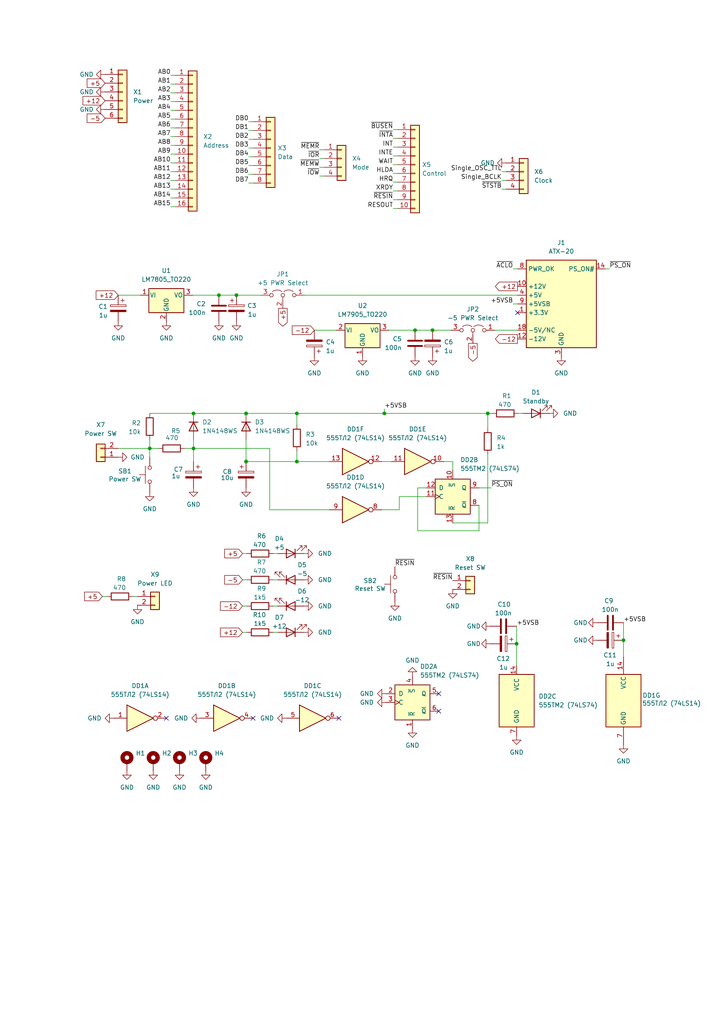
<source format=kicad_sch>
(kicad_sch (version 20231120) (generator "eeschema") (generator_version "8.0")
  (paper "A4" portrait)
  (title_block (title "Модуль питания") (date "2026-01-29") (company "R2AKT") (comment 1 "R2AKT.469145.001") (comment 2 "R2AKT"))
  (lib_symbols
    (symbol "74xx:74LS04"
      (property "Reference" "U" (at 0 1.27 0))
      (property "Value" "74LS04" (at 0 -1.27 0))
      (symbol "74LS04_1_0"
        (pin input line (at -7.62 0 0) (length 3.81) (name "~") (number "1"))
        (pin output inverted (at 7.62 0 180) (length 3.81) (name "~") (number "2"))
      )
      (symbol "74LS04_2_0"
        (pin input line (at -7.62 0 0) (length 3.81) (name "~") (number "3"))
        (pin output inverted (at 7.62 0 180) (length 3.81) (name "~") (number "4"))
      )
      (symbol "74LS04_3_0"
        (pin input line (at -7.62 0 0) (length 3.81) (name "~") (number "5"))
        (pin output inverted (at 7.62 0 180) (length 3.81) (name "~") (number "6"))
      )
      (symbol "74LS04_4_0"
        (pin output inverted (at 7.62 0 180) (length 3.81) (name "~") (number "8"))
        (pin input line (at -7.62 0 0) (length 3.81) (name "~") (number "9"))
      )
      (symbol "74LS04_5_0"
        (pin output inverted (at 7.62 0 180) (length 3.81) (name "~") (number "10"))
        (pin input line (at -7.62 0 0) (length 3.81) (name "~") (number "11"))
      )
      (symbol "74LS04_6_0"
        (pin output inverted (at 7.62 0 180) (length 3.81) (name "~") (number "12"))
        (pin input line (at -7.62 0 0) (length 3.81) (name "~") (number "13"))
      )
      (symbol "74LS04_7_0"
        (pin power_in line (at 0 12.7 270) (length 5.08) (name "VCC") (number "14"))
        (pin power_in line (at 0 -12.7 90) (length 5.08) (name "GND") (number "7"))
      )
    )
    (symbol "74xx:74LS74" (pin_names (offset 1.016))
      (property "Reference" "U" (at -7.62 8.89 0))
      (property "Value" "74LS74" (at -7.62 -8.89 0))
      (symbol "74LS74_1_0"
        (pin input line (at 0 -7.62 90) (length 2.54) (name "~{R}") (number "1"))
        (pin input line (at -7.62 2.54 0) (length 2.54) (name "D") (number "2"))
        (pin input clock (at -7.62 0 0) (length 2.54) (name "C") (number "3"))
        (pin input line (at 0 7.62 270) (length 2.54) (name "~{S}") (number "4"))
        (pin output line (at 7.62 2.54 180) (length 2.54) (name "Q") (number "5"))
        (pin output line (at 7.62 -2.54 180) (length 2.54) (name "~{Q}") (number "6"))
      )
      (symbol "74LS74_2_0"
        (pin input line (at 0 7.62 270) (length 2.54) (name "~{S}") (number "10"))
        (pin input clock (at -7.62 0 0) (length 2.54) (name "C") (number "11"))
        (pin input line (at -7.62 2.54 0) (length 2.54) (name "D") (number "12"))
        (pin input line (at 0 -7.62 90) (length 2.54) (name "~{R}") (number "13"))
        (pin output line (at 7.62 -2.54 180) (length 2.54) (name "~{Q}") (number "8"))
        (pin output line (at 7.62 2.54 180) (length 2.54) (name "Q") (number "9"))
      )
      (symbol "74LS74_3_0"
        (pin power_in line (at 0 10.16 270) (length 2.54) (name "VCC") (number "14"))
        (pin power_in line (at 0 -10.16 90) (length 2.54) (name "GND") (number "7"))
      )
    )
    (symbol "Connector:ATX-20"
      (property "Reference" "J" (at -8.89 13.97 0))
      (property "Value" "ATX-20" (at 6.35 13.97 0))
      (symbol "ATX-20_1_1"
        (pin power_out line (at 12.7 -2.54 180) (length 2.54) (name "+3.3V") (number "1"))
        (pin power_out line (at 12.7 5.08 180) (length 2.54) (name "+12V") (number "10"))
        (pin passive line (at 12.7 -2.54 180) (length 2.54) hide (name "+3.3V") (number "11"))
        (pin power_out line (at 12.7 -10.16 180) (length 2.54) (name "-12V") (number "12"))
        (pin passive line (at 0 -15.24 90) (length 2.54) hide (name "GND") (number "13"))
        (pin open_collector line (at -12.7 10.16 0) (length 2.54) (name "PS_ON#") (number "14"))
        (pin passive line (at 0 -15.24 90) (length 2.54) hide (name "GND") (number "15"))
        (pin passive line (at 0 -15.24 90) (length 2.54) hide (name "GND") (number "16"))
        (pin passive line (at 0 -15.24 90) (length 2.54) hide (name "GND") (number "17"))
        (pin power_out line (at 12.7 -7.62 180) (length 2.54) (name "-5V/NC") (number "18"))
        (pin passive line (at 12.7 2.54 180) (length 2.54) hide (name "+5V") (number "19"))
        (pin passive line (at 12.7 -2.54 180) (length 2.54) hide (name "+3.3V") (number "2"))
        (pin passive line (at 12.7 2.54 180) (length 2.54) hide (name "+5V") (number "20"))
        (pin power_out line (at 0 -15.24 90) (length 2.54) (name "GND") (number "3"))
        (pin power_out line (at 12.7 2.54 180) (length 2.54) (name "+5V") (number "4"))
        (pin passive line (at 0 -15.24 90) (length 2.54) hide (name "GND") (number "5"))
        (pin passive line (at 12.7 2.54 180) (length 2.54) hide (name "+5V") (number "6"))
        (pin passive line (at 0 -15.24 90) (length 2.54) hide (name "GND") (number "7"))
        (pin output line (at 12.7 10.16 180) (length 2.54) (name "PWR_OK") (number "8"))
        (pin power_out line (at 12.7 0 180) (length 2.54) (name "+5VSB") (number "9"))
      )
    )
    (symbol "Connector_Generic:Conn_01x02" (pin_names (offset 1.016) hide)
      (property "Reference" "J" (at 0 2.54 0))
      (property "Value" "Conn_01x02" (at 0 -5.08 0))
      (symbol "Conn_01x02_1_1"
        (pin passive line (at -5.08 0 0) (length 3.81) (name "Pin_1") (number "1"))
        (pin passive line (at -5.08 -2.54 0) (length 3.81) (name "Pin_2") (number "2"))
      )
    )
    (symbol "Connector_Generic:Conn_01x04" (pin_names (offset 1.016) hide)
      (property "Reference" "J" (at 0 5.08 0))
      (property "Value" "Conn_01x04" (at 0 -7.62 0))
      (symbol "Conn_01x04_1_1"
        (pin passive line (at -5.08 2.54 0) (length 3.81) (name "Pin_1") (number "1"))
        (pin passive line (at -5.08 0 0) (length 3.81) (name "Pin_2") (number "2"))
        (pin passive line (at -5.08 -2.54 0) (length 3.81) (name "Pin_3") (number "3"))
        (pin passive line (at -5.08 -5.08 0) (length 3.81) (name "Pin_4") (number "4"))
      )
    )
    (symbol "Connector_Generic:Conn_01x06" (pin_names (offset 1.016) hide)
      (property "Reference" "J" (at 0 7.62 0))
      (property "Value" "Conn_01x06" (at 0 -10.16 0))
      (symbol "Conn_01x06_1_1"
        (pin passive line (at -5.08 5.08 0) (length 3.81) (name "Pin_1") (number "1"))
        (pin passive line (at -5.08 2.54 0) (length 3.81) (name "Pin_2") (number "2"))
        (pin passive line (at -5.08 0 0) (length 3.81) (name "Pin_3") (number "3"))
        (pin passive line (at -5.08 -2.54 0) (length 3.81) (name "Pin_4") (number "4"))
        (pin passive line (at -5.08 -5.08 0) (length 3.81) (name "Pin_5") (number "5"))
        (pin passive line (at -5.08 -7.62 0) (length 3.81) (name "Pin_6") (number "6"))
      )
    )
    (symbol "Connector_Generic:Conn_01x08" (pin_names (offset 1.016) hide)
      (property "Reference" "J" (at 0 10.16 0))
      (property "Value" "Conn_01x08" (at 0 -12.7 0))
      (symbol "Conn_01x08_1_1"
        (pin passive line (at -5.08 7.62 0) (length 3.81) (name "Pin_1") (number "1"))
        (pin passive line (at -5.08 5.08 0) (length 3.81) (name "Pin_2") (number "2"))
        (pin passive line (at -5.08 2.54 0) (length 3.81) (name "Pin_3") (number "3"))
        (pin passive line (at -5.08 0 0) (length 3.81) (name "Pin_4") (number "4"))
        (pin passive line (at -5.08 -2.54 0) (length 3.81) (name "Pin_5") (number "5"))
        (pin passive line (at -5.08 -5.08 0) (length 3.81) (name "Pin_6") (number "6"))
        (pin passive line (at -5.08 -7.62 0) (length 3.81) (name "Pin_7") (number "7"))
        (pin passive line (at -5.08 -10.16 0) (length 3.81) (name "Pin_8") (number "8"))
      )
    )
    (symbol "Connector_Generic:Conn_01x10" (pin_names (offset 1.016) hide)
      (property "Reference" "J" (at 0 12.7 0))
      (property "Value" "Conn_01x10" (at 0 -15.24 0))
      (symbol "Conn_01x10_1_1"
        (pin passive line (at -5.08 10.16 0) (length 3.81) (name "Pin_1") (number "1"))
        (pin passive line (at -5.08 -12.7 0) (length 3.81) (name "Pin_10") (number "10"))
        (pin passive line (at -5.08 7.62 0) (length 3.81) (name "Pin_2") (number "2"))
        (pin passive line (at -5.08 5.08 0) (length 3.81) (name "Pin_3") (number "3"))
        (pin passive line (at -5.08 2.54 0) (length 3.81) (name "Pin_4") (number "4"))
        (pin passive line (at -5.08 0 0) (length 3.81) (name "Pin_5") (number "5"))
        (pin passive line (at -5.08 -2.54 0) (length 3.81) (name "Pin_6") (number "6"))
        (pin passive line (at -5.08 -5.08 0) (length 3.81) (name "Pin_7") (number "7"))
        (pin passive line (at -5.08 -7.62 0) (length 3.81) (name "Pin_8") (number "8"))
        (pin passive line (at -5.08 -10.16 0) (length 3.81) (name "Pin_9") (number "9"))
      )
    )
    (symbol "Connector_Generic:Conn_01x16" (pin_names (offset 1.016) hide)
      (property "Reference" "J" (at 0 20.32 0))
      (property "Value" "Conn_01x16" (at 0 -22.86 0))
      (symbol "Conn_01x16_1_1"
        (pin passive line (at -5.08 17.78 0) (length 3.81) (name "Pin_1") (number "1"))
        (pin passive line (at -5.08 -5.08 0) (length 3.81) (name "Pin_10") (number "10"))
        (pin passive line (at -5.08 -7.62 0) (length 3.81) (name "Pin_11") (number "11"))
        (pin passive line (at -5.08 -10.16 0) (length 3.81) (name "Pin_12") (number "12"))
        (pin passive line (at -5.08 -12.7 0) (length 3.81) (name "Pin_13") (number "13"))
        (pin passive line (at -5.08 -15.24 0) (length 3.81) (name "Pin_14") (number "14"))
        (pin passive line (at -5.08 -17.78 0) (length 3.81) (name "Pin_15") (number "15"))
        (pin passive line (at -5.08 -20.32 0) (length 3.81) (name "Pin_16") (number "16"))
        (pin passive line (at -5.08 15.24 0) (length 3.81) (name "Pin_2") (number "2"))
        (pin passive line (at -5.08 12.7 0) (length 3.81) (name "Pin_3") (number "3"))
        (pin passive line (at -5.08 10.16 0) (length 3.81) (name "Pin_4") (number "4"))
        (pin passive line (at -5.08 7.62 0) (length 3.81) (name "Pin_5") (number "5"))
        (pin passive line (at -5.08 5.08 0) (length 3.81) (name "Pin_6") (number "6"))
        (pin passive line (at -5.08 2.54 0) (length 3.81) (name "Pin_7") (number "7"))
        (pin passive line (at -5.08 0 0) (length 3.81) (name "Pin_8") (number "8"))
        (pin passive line (at -5.08 -2.54 0) (length 3.81) (name "Pin_9") (number "9"))
      )
    )
    (symbol "Device:C" (pin_numbers hide) (pin_names (offset 0.254))
      (property "Reference" "C" (at 0.635 2.54 0))
      (property "Value" "C" (at 0.635 -2.54 0))
      (symbol "C_1_1"
        (pin passive line (at 0 3.81 270) (length 2.794) (name "~") (number "1"))
        (pin passive line (at 0 -3.81 90) (length 2.794) (name "~") (number "2"))
      )
    )
    (symbol "Device:C_Polarized" (pin_numbers hide) (pin_names (offset 0.254))
      (property "Reference" "C" (at 0.635 2.54 0))
      (property "Value" "C_Polarized" (at 0.635 -2.54 0))
      (symbol "C_Polarized_1_1"
        (pin passive line (at 0 3.81 270) (length 2.794) (name "~") (number "1"))
        (pin passive line (at 0 -3.81 90) (length 2.794) (name "~") (number "2"))
      )
    )
    (symbol "Device:LED" (pin_numbers hide) (pin_names (offset 1.016) hide)
      (property "Reference" "D" (at 0 2.54 0))
      (property "Value" "LED" (at 0 -2.54 0))
      (symbol "LED_1_1"
        (pin passive line (at -3.81 0 0) (length 2.54) (name "K") (number "1"))
        (pin passive line (at 3.81 0 180) (length 2.54) (name "A") (number "2"))
      )
    )
    (symbol "Device:R" (pin_numbers hide) (pin_names (offset 0))
      (property "Reference" "R" (at 2.032 0 90))
      (property "Value" "R" (at 0 0 90))
      (symbol "R_1_1"
        (pin passive line (at 0 3.81 270) (length 1.27) (name "~") (number "1"))
        (pin passive line (at 0 -3.81 90) (length 1.27) (name "~") (number "2"))
      )
    )
    (symbol "Diode:1N4148WS" (pin_numbers hide) (pin_names hide)
      (property "Reference" "D" (at 0 2.54 0))
      (property "Value" "1N4148WS" (at 0 -2.54 0))
      (symbol "1N4148WS_1_1"
        (pin passive line (at -3.81 0 0) (length 2.54) (name "K") (number "1"))
        (pin passive line (at 3.81 0 180) (length 2.54) (name "A") (number "2"))
      )
    )
    (symbol "Jumper:Jumper_3_Open" (pin_names (offset 0) hide) (exclude_from_sim yes) (in_bom no)
      (property "Reference" "JP" (at -2.54 -2.54 0))
      (property "Value" "Jumper_3_Open" (at 0 2.794 0))
      (symbol "Jumper_3_Open_1_1"
        (pin passive line (at -6.35 0 0) (length 2.54) (name "A") (number "1"))
        (pin passive line (at 0 -3.81 90) (length 2.54) (name "C") (number "2"))
        (pin passive line (at 6.35 0 180) (length 2.54) (name "B") (number "3"))
      )
    )
    (symbol "Mechanical:MountingHole_Pad" (pin_numbers hide) (pin_names (offset 1.016) hide) (exclude_from_sim yes) (in_bom no)
      (property "Reference" "H" (at 0 6.35 0))
      (property "Value" "MountingHole_Pad" (at 0 4.445 0))
      (symbol "MountingHole_Pad_1_1"
        (pin input line (at 0 -2.54 90) (length 2.54) (name "1") (number "1"))
      )
    )
    (symbol "Regulator_Linear:LM7805_TO220" (pin_names (offset 0.254))
      (property "Reference" "U" (at -3.81 3.175 0))
      (property "Value" "LM7805_TO220" (at 0 3.175 0))
      (symbol "LM7805_TO220_1_1"
        (pin power_in line (at -7.62 0 0) (length 2.54) (name "VI") (number "1"))
        (pin power_in line (at 0 -7.62 90) (length 2.54) (name "GND") (number "2"))
        (pin power_out line (at 7.62 0 180) (length 2.54) (name "VO") (number "3"))
      )
    )
    (symbol "Regulator_Linear:LM7905_TO220" (pin_names (offset 0.254))
      (property "Reference" "U" (at -3.81 -3.175 0))
      (property "Value" "LM7905_TO220" (at 0 -3.175 0))
      (symbol "LM7905_TO220_1_1"
        (pin power_in line (at 0 7.62 270) (length 2.54) (name "GND") (number "1"))
        (pin power_in line (at -7.62 0 0) (length 2.54) (name "VI") (number "2"))
        (pin power_out line (at 7.62 0 180) (length 2.54) (name "VO") (number "3"))
      )
    )
    (symbol "Switch:SW_Push" (pin_numbers hide) (pin_names (offset 1.016) hide)
      (property "Reference" "SW" (at 1.27 2.54 0))
      (property "Value" "SW_Push" (at 0 -1.524 0))
      (symbol "SW_Push_0_1"
        (pin passive line (at -5.08 0 0) (length 2.54) (name "1") (number "1"))
        (pin passive line (at 5.08 0 180) (length 2.54) (name "2") (number "2"))
      )
    )
    (symbol "power:GND" (power) (pin_numbers hide) (pin_names (offset 0) hide)
      (property "Value" "GND" (at 0 -3.81 0))
      (symbol "GND_1_1"
        (pin power_in line (at 0 0 270) (length 0) (name "~") (number "1"))
      )
    )
  )
  (junction (at 125.476 95.758))
  (junction (at 120.396 95.758))
  (junction (at 71.374 119.888))
  (junction (at 111.506 119.888))
  (junction (at 141.478 119.888))
  (junction (at 68.58 85.598))
  (junction (at 71.374 133.858))
  (junction (at 56.134 130.048))
  (junction (at 149.86 186.69))
  (junction (at 180.848 185.674))
  (junction (at 86.106 133.858))
  (junction (at 43.434 130.048))
  (junction (at 63.5 85.598))
  (junction (at 56.134 119.888))
  (junction (at 86.106 119.888))
  (no_connect (at 73.406 208.28))
  (no_connect (at 127.254 201.168))
  (no_connect (at 48.26 208.28))
  (no_connect (at 127.254 206.248))
  (no_connect (at 98.298 208.28))
  (no_connect (at 150.114 90.678))
  (wire (pts (xy 180.848 185.674) (xy 180.848 190.5)))
  (wire (pts (xy 79.248 175.768) (xy 80.518 175.768)))
  (wire (pts (xy 114.046 55.372) (xy 115.316 55.372)))
  (wire (pts (xy 93.98 48.514) (xy 92.71 48.514)))
  (wire (pts (xy 111.506 119.888) (xy 141.478 119.888)))
  (wire (pts (xy 73.406 40.386) (xy 72.136 40.386)))
  (wire (pts (xy 141.478 131.826) (xy 141.478 151.638)))
  (wire (pts (xy 56.134 127.508) (xy 56.134 130.048)))
  (wire (pts (xy 50.8 34.544) (xy 49.53 34.544)))
  (wire (pts (xy 56.134 119.888) (xy 71.374 119.888)))
  (wire (pts (xy 29.718 172.974) (xy 30.988 172.974)))
  (wire (pts (xy 142.494 141.478) (xy 138.938 141.478)))
  (wire (pts (xy 142.748 119.888) (xy 141.478 119.888)))
  (wire (pts (xy 34.29 130.048) (xy 43.434 130.048)))
  (wire (pts (xy 113.538 133.858) (xy 110.744 133.858)))
  (wire (pts (xy 143.51 95.758) (xy 150.114 95.758)))
  (wire (pts (xy 71.374 127.508) (xy 71.374 133.858)))
  (wire (pts (xy 50.8 29.464) (xy 49.53 29.464)))
  (wire (pts (xy 86.106 119.888) (xy 111.506 119.888)))
  (wire (pts (xy 175.514 77.978) (xy 176.784 77.978)))
  (wire (pts (xy 148.844 88.138) (xy 150.114 88.138)))
  (wire (pts (xy 125.476 95.758) (xy 130.81 95.758)))
  (wire (pts (xy 88.392 85.598) (xy 150.114 85.598)))
  (wire (pts (xy 180.848 180.594) (xy 180.848 185.674)))
  (wire (pts (xy 146.812 54.864) (xy 145.542 54.864)))
  (wire (pts (xy 131.318 133.858) (xy 131.318 136.398)))
  (wire (pts (xy 56.134 133.858) (xy 56.134 130.048)))
  (wire (pts (xy 45.974 130.048) (xy 43.434 130.048)))
  (wire (pts (xy 86.106 133.858) (xy 71.374 133.858)))
  (wire (pts (xy 73.406 42.926) (xy 72.136 42.926)))
  (wire (pts (xy 50.8 59.944) (xy 49.53 59.944)))
  (wire (pts (xy 86.106 119.888) (xy 86.106 123.19)))
  (wire (pts (xy 73.406 45.466) (xy 72.136 45.466)))
  (wire (pts (xy 78.232 147.828) (xy 78.232 130.048)))
  (wire (pts (xy 145.542 49.784) (xy 146.812 49.784)))
  (wire (pts (xy 138.938 146.558) (xy 138.938 153.924)))
  (wire (pts (xy 115.824 144.018) (xy 123.698 144.018)))
  (wire (pts (xy 120.396 95.758) (xy 125.476 95.758)))
  (wire (pts (xy 79.248 160.528) (xy 80.518 160.528)))
  (wire (pts (xy 79.248 183.388) (xy 80.518 183.388)))
  (wire (pts (xy 78.232 130.048) (xy 56.134 130.048)))
  (wire (pts (xy 149.86 181.61) (xy 149.86 186.69)))
  (wire (pts (xy 131.318 151.638) (xy 141.478 151.638)))
  (wire (pts (xy 115.316 42.672) (xy 114.046 42.672)))
  (wire (pts (xy 121.158 141.478) (xy 123.698 141.478)))
  (wire (pts (xy 79.248 168.148) (xy 80.518 168.148)))
  (wire (pts (xy 50.8 42.164) (xy 49.53 42.164)))
  (wire (pts (xy 50.8 47.244) (xy 49.53 47.244)))
  (wire (pts (xy 150.368 119.888) (xy 151.638 119.888)))
  (wire (pts (xy 86.106 130.81) (xy 86.106 133.858)))
  (wire (pts (xy 110.744 147.828) (xy 115.824 147.828)))
  (wire (pts (xy 114.046 52.832) (xy 115.316 52.832)))
  (wire (pts (xy 149.86 186.69) (xy 149.86 193.04)))
  (wire (pts (xy 93.98 43.434) (xy 92.71 43.434)))
  (wire (pts (xy 121.158 153.924) (xy 121.158 141.478)))
  (wire (pts (xy 50.8 49.784) (xy 49.53 49.784)))
  (wire (pts (xy 115.316 45.212) (xy 114.046 45.212)))
  (wire (pts (xy 70.358 175.768) (xy 71.628 175.768)))
  (wire (pts (xy 63.5 85.598) (xy 68.58 85.598)))
  (wire (pts (xy 38.608 172.974) (xy 39.878 172.974)))
  (wire (pts (xy 115.316 60.452) (xy 114.046 60.452)))
  (wire (pts (xy 50.8 26.924) (xy 49.53 26.924)))
  (wire (pts (xy 95.504 133.858) (xy 86.106 133.858)))
  (wire (pts (xy 50.8 52.324) (xy 49.53 52.324)))
  (wire (pts (xy 43.434 119.888) (xy 56.134 119.888)))
  (wire (pts (xy 146.812 52.324) (xy 145.542 52.324)))
  (wire (pts (xy 93.98 45.974) (xy 92.71 45.974)))
  (wire (pts (xy 114.046 37.592) (xy 115.316 37.592)))
  (wire (pts (xy 68.58 85.598) (xy 75.692 85.598)))
  (wire (pts (xy 114.046 50.292) (xy 115.316 50.292)))
  (wire (pts (xy 73.406 37.846) (xy 72.136 37.846)))
  (wire (pts (xy 70.358 183.388) (xy 71.628 183.388)))
  (wire (pts (xy 34.29 85.598) (xy 40.64 85.598)))
  (wire (pts (xy 115.824 147.828) (xy 115.824 144.018)))
  (wire (pts (xy 73.406 53.086) (xy 72.136 53.086)))
  (wire (pts (xy 43.434 130.048) (xy 43.434 132.588)))
  (wire (pts (xy 114.046 47.752) (xy 115.316 47.752)))
  (wire (pts (xy 115.316 40.132) (xy 114.046 40.132)))
  (wire (pts (xy 120.396 95.758) (xy 112.776 95.758)))
  (wire (pts (xy 50.8 39.624) (xy 49.53 39.624)))
  (wire (pts (xy 50.8 24.384) (xy 49.53 24.384)))
  (wire (pts (xy 111.506 118.618) (xy 111.506 119.888)))
  (wire (pts (xy 91.186 95.758) (xy 97.536 95.758)))
  (wire (pts (xy 50.8 54.864) (xy 49.53 54.864)))
  (wire (pts (xy 50.8 37.084) (xy 49.53 37.084)))
  (wire (pts (xy 73.406 35.306) (xy 72.136 35.306)))
  (wire (pts (xy 50.8 32.004) (xy 49.53 32.004)))
  (wire (pts (xy 70.358 168.148) (xy 71.628 168.148)))
  (wire (pts (xy 70.358 160.528) (xy 71.628 160.528)))
  (wire (pts (xy 86.106 119.888) (xy 71.374 119.888)))
  (wire (pts (xy 73.406 50.546) (xy 72.136 50.546)))
  (wire (pts (xy 56.134 130.048) (xy 53.594 130.048)))
  (wire (pts (xy 138.938 153.924) (xy 121.158 153.924)))
  (wire (pts (xy 141.478 119.888) (xy 141.478 124.206)))
  (wire (pts (xy 148.844 77.978) (xy 150.114 77.978)))
  (wire (pts (xy 63.5 85.598) (xy 55.88 85.598)))
  (wire (pts (xy 50.8 21.844) (xy 49.53 21.844)))
  (wire (pts (xy 50.8 57.404) (xy 49.53 57.404)))
  (wire (pts (xy 115.316 57.912) (xy 114.046 57.912)))
  (wire (pts (xy 93.98 51.054) (xy 92.71 51.054)))
  (wire (pts (xy 73.406 48.006) (xy 72.136 48.006)))
  (wire (pts (xy 128.778 133.858) (xy 131.318 133.858)))
  (wire (pts (xy 95.504 147.828) (xy 78.232 147.828)))
  (wire (pts (xy 43.434 127.508) (xy 43.434 130.048)))
  (wire (pts (xy 50.8 44.704) (xy 49.53 44.704)))
  (label "AB9" (at 49.53 44.704 180))
  (label "AB14" (at 49.53 57.404 180))
  (label "~{IOR}" (at 92.71 45.974 180))
  (label "AB12" (at 49.53 52.324 180))
  (label "AB8" (at 49.53 42.164 180))
  (label "DB2" (at 72.136 40.386 180))
  (label "WAIT" (at 114.046 47.752 180))
  (label "AB11" (at 49.53 49.784 180))
  (label "DB3" (at 72.136 42.926 180))
  (label "~{IOW}" (at 92.71 51.054 180))
  (label "~{RESIN}" (at 114.554 164.338 0))
  (label "DB1" (at 72.136 37.846 180))
  (label "INT" (at 114.046 42.672 180))
  (label "+5VSB" (at 180.848 180.594 0))
  (label "HLDA" (at 114.046 50.292 180))
  (label "~{ACLO}" (at 148.844 77.978 180))
  (label "DB6" (at 72.136 50.546 180))
  (label "Single_BCLK" (at 145.542 52.324 180))
  (label "INTE" (at 114.046 45.212 180))
  (label "AB3" (at 49.53 29.464 180))
  (label "AB0" (at 49.53 21.844 180))
  (label "DB7" (at 72.136 53.086 180))
  (label "~{RESIN}" (at 131.318 168.402 180))
  (label "AB2" (at 49.53 26.924 180))
  (label "~{PS_ON}" (at 176.784 77.978 0))
  (label "DB0" (at 72.136 35.306 180))
  (label "~{RESIN}" (at 114.046 57.912 180))
  (label "~{INTA}" (at 114.046 40.132 180))
  (label "~{BUSEN}" (at 114.046 37.592 180))
  (label "~{PS_ON}" (at 142.494 141.478 0))
  (label "+5VSB" (at 149.86 181.61 0))
  (label "DB4" (at 72.136 45.466 180))
  (label "AB5" (at 49.53 34.544 180))
  (label "~{STSTB}" (at 145.542 54.864 180))
  (label "HRQ" (at 114.046 52.832 180))
  (label "AB4" (at 49.53 32.004 180))
  (label "+5VSB" (at 111.506 118.618 0))
  (label "+5VSB" (at 148.844 88.138 180))
  (label "~{MEMW}" (at 92.71 48.514 180))
  (label "AB1" (at 49.53 24.384 180))
  (label "AB15" (at 49.53 59.944 180))
  (label "AB7" (at 49.53 39.624 180))
  (label "Single_OSC_TTL" (at 145.542 49.784 180))
  (label "RESOUT" (at 114.046 60.452 180))
  (label "AB13" (at 49.53 54.864 180))
  (label "~{MEMR}" (at 92.71 43.434 180))
  (label "AB10" (at 49.53 47.244 180))
  (label "DB5" (at 72.136 48.006 180))
  (label "XRDY" (at 114.046 55.372 180))
  (label "AB6" (at 49.53 37.084 180))
  (global_label "+12" (shape input) (at 70.358 183.388 180) (property "Intersheetrefs" "${INTERSHEET_REFS}" (effects (hide yes))))
  (global_label "-5" (shape input) (at 30.48 34.29 180) (property "Intersheetrefs" "${INTERSHEET_REFS}" (effects (hide yes))))
  (global_label "+12" (shape input) (at 30.48 29.21 180) (property "Intersheetrefs" "${INTERSHEET_REFS}" (effects (hide yes))))
  (global_label "+12" (shape output) (at 150.114 83.058 180) (property "Intersheetrefs" "${INTERSHEET_REFS}" (effects (hide yes))))
  (global_label "-12" (shape output) (at 150.114 98.298 180) (property "Intersheetrefs" "${INTERSHEET_REFS}" (effects (hide yes))))
  (global_label "-5" (shape output) (at 137.16 99.568 270) (property "Intersheetrefs" "${INTERSHEET_REFS}" (effects (hide yes))))
  (global_label "+12" (shape input) (at 34.29 85.598 180) (property "Intersheetrefs" "${INTERSHEET_REFS}" (effects (hide yes))))
  (global_label "+5" (shape input) (at 29.718 172.974 180) (property "Intersheetrefs" "${INTERSHEET_REFS}" (effects (hide yes))))
  (global_label "-12" (shape input) (at 91.186 95.758 180) (property "Intersheetrefs" "${INTERSHEET_REFS}" (effects (hide yes))))
  (global_label "-5" (shape input) (at 70.358 168.148 180) (property "Intersheetrefs" "${INTERSHEET_REFS}" (effects (hide yes))))
  (global_label "-12" (shape input) (at 70.358 175.768 180) (property "Intersheetrefs" "${INTERSHEET_REFS}" (effects (hide yes))))
  (global_label "+5" (shape output) (at 82.042 89.408 270) (property "Intersheetrefs" "${INTERSHEET_REFS}" (effects (hide yes))))
  (global_label "+5" (shape input) (at 70.358 160.528 180) (property "Intersheetrefs" "${INTERSHEET_REFS}" (effects (hide yes))))
  (global_label "+5" (shape input) (at 30.48 24.13 180) (property "Intersheetrefs" "${INTERSHEET_REFS}" (effects (hide yes))))
  (symbol (lib_id "power:GND") (at 43.434 142.748 0) (mirror y) (unit 1)
    (property "Reference" "#PWR18" (effects (hide yes)))
    (property "Value" "GND" (at 43.434 147.574 0))
    (property "Description" "Power symbol creates a global label with name \"GND\" , ground" (effects (hide yes)))
  )
  (symbol (lib_id "Device:R") (at 75.438 175.768 90) (unit 1)
    (property "Reference" "R9" (at 77.216 170.688 90) (effects (justify left)))
    (property "Value" "1k5" (at 77.216 173.228 90) (effects (justify left)))
    (property "Footprint" "Resistor_SMD:R_0805_2012Metric_Pad1.20x1.40mm_HandSolder" (effects (hide yes)))
    (property "Description" "Resistor" (effects (hide yes)))
  )
  (symbol (lib_id "power:GND") (at 88.138 175.768 90) (mirror x) (unit 1)
    (property "Reference" "#PWR24" (effects (hide yes)))
    (property "Value" "GND" (at 92.202 175.7679 90) (effects (justify right)))
    (property "Description" "Power symbol creates a global label with name \"GND\" , ground" (effects (hide yes)))
  )
  (symbol (lib_id "Device:LED") (at 84.328 175.768 0) (mirror x) (unit 1)
    (property "Reference" "D6" (at 87.63 171.45 0))
    (property "Value" "-12" (at 87.63 173.99 0))
    (property "Footprint" "LED_SMD:LED_0805_2012Metric_Pad1.15x1.40mm_HandSolder" (effects (hide yes)))
    (property "Description" "Light emitting diode" (effects (hide yes)))
  )
  (symbol (lib_id "Jumper:Jumper_3_Open") (at 137.16 95.758 0) (mirror y) (unit 1) (exclude_from_sim yes) (in_bom no)
    (property "Reference" "JP2" (at 137.16 89.662 0))
    (property "Value" "-5 PWR Select" (at 137.16 92.202 0))
    (property "Footprint" "Connector_PinHeader_2.54mm:PinHeader_1x03_P2.54mm_Vertical" (effects (hide yes)))
    (property "Description" "Jumper, 3-pole, both open" (effects (hide yes)))
  )
  (symbol (lib_id "Connector_Generic:Conn_01x04") (at 99.06 45.974 0) (unit 1)
    (property "Reference" "X4" (at 102.108 45.9739 0) (effects (justify left)))
    (property "Value" "Mode" (at 102.108 48.5139 0) (effects (justify left)))
    (property "Footprint" "Connector_PinSocket_2.54mm:PinSocket_1x04_P2.54mm_Vertical" (effects (hide yes)))
    (property "Description" "Generic connector, single row, 01x04, script generated (kicad-library-utils/schlib/autogen/connector/)" (effects (hide yes)))
  )
  (symbol (lib_id "power:GND") (at 59.69 223.52 0) (mirror y) (unit 1)
    (property "Reference" "#PWR42" (effects (hide yes)))
    (property "Value" "GND" (at 59.69 228.346 0))
    (property "Description" "Power symbol creates a global label with name \"GND\" , ground" (effects (hide yes)))
  )
  (symbol (lib_id "Device:C") (at 120.396 99.568 0) (mirror y) (unit 1)
    (property "Reference" "C5" (at 116.586 98.2979 0) (effects (justify left)))
    (property "Value" "100n" (at 116.586 100.8379 0) (effects (justify left)))
    (property "Footprint" "Capacitor_SMD:C_0805_2012Metric_Pad1.18x1.45mm_HandSolder" (effects (hide yes)))
    (property "Description" "Unpolarized capacitor" (effects (hide yes)))
  )
  (symbol (lib_id "Mechanical:MountingHole_Pad") (at 52.07 220.98 0) (unit 1) (exclude_from_sim yes) (in_bom no)
    (property "Reference" "H3" (at 54.61 218.4399 0) (effects (justify left)))
    (property "Value" "MountingHole_Pad" (effects (hide yes)))
    (property "Footprint" "MountingHole:MountingHole_3.2mm_M3_Pad_Via" (effects (hide yes)))
    (property "Description" "Mounting Hole with connection" (effects (hide yes)))
  )
  (symbol (lib_id "Device:R") (at 141.478 128.016 0) (mirror x) (unit 1)
    (property "Reference" "R4" (at 144.018 127 0) (effects (justify left)))
    (property "Value" "1k" (at 144.018 129.54 0) (effects (justify left)))
    (property "Footprint" "Resistor_SMD:R_0805_2012Metric_Pad1.20x1.40mm_HandSolder" (effects (hide yes)))
    (property "Description" "Resistor" (effects (hide yes)))
  )
  (symbol (lib_id "power:GND") (at 91.186 103.378 0) (unit 1)
    (property "Reference" "#PWR9" (effects (hide yes)))
    (property "Value" "GND" (at 91.186 108.204 0))
    (property "Description" "Power symbol creates a global label with name \"GND\" , ground" (effects (hide yes)))
  )
  (symbol (lib_id "Connector:ATX-20") (at 162.814 88.138 0) (mirror y) (unit 1)
    (property "Reference" "J1" (at 162.814 70.358 0))
    (property "Value" "ATX-20" (at 162.814 72.898 0))
    (property "Footprint" "Connector_Molex:Molex_Mini-Fit_Jr_5566-20A_2x10_P4.20mm_Vertical" (effects (hide yes)))
    (property "Datasheet" "https://web.aub.edu.lb/pub/docs/atx_201.pdf#page=20" (effects (hide yes)))
    (property "Description" "ATX Power supply 20pins" (effects (hide yes)))
  )
  (symbol (lib_id "Switch:SW_Push") (at 114.554 169.418 90) (unit 1)
    (property "Reference" "SB2" (at 105.41 168.402 90) (effects (justify right)))
    (property "Value" "Reset SW" (at 102.87 170.688 90) (effects (justify right)))
    (property "Footprint" "Button_Switch_THT:SW_PUSH_6mm" (effects (hide yes)))
    (property "Description" "Push button switch, generic, two pins" (effects (hide yes)))
  )
  (symbol (lib_id "Device:C_Polarized") (at 34.29 89.408 0) (mirror y) (unit 1)
    (property "Reference" "C1" (at 31.242 88.9 0) (effects (justify left)))
    (property "Value" "1u" (at 31.242 91.44 0) (effects (justify left)))
    (property "Footprint" "Capacitor_Tantalum_SMD:CP_EIA-3216-18_Kemet-A_Pad1.58x1.35mm_HandSolder" (effects (hide yes)))
    (property "Description" "Polarized capacitor" (effects (hide yes)))
  )
  (symbol (lib_id "power:GND") (at 52.07 223.52 0) (mirror y) (unit 1)
    (property "Reference" "#PWR41" (effects (hide yes)))
    (property "Value" "GND" (at 52.07 228.346 0))
    (property "Description" "Power symbol creates a global label with name \"GND\" , ground" (effects (hide yes)))
  )
  (symbol (lib_id "power:GND") (at 63.5 93.218 0) (unit 1)
    (property "Reference" "#PWR7" (effects (hide yes)))
    (property "Value" "GND" (at 63.5 98.044 0))
    (property "Description" "Power symbol creates a global label with name \"GND\" , ground" (effects (hide yes)))
  )
  (symbol (lib_id "74xx:74LS04") (at 103.124 147.828 0) (unit 4)
    (property "Reference" "DD1" (at 103.124 138.43 0))
    (property "Value" "555ТЛ2 (74LS14)" (at 103.124 140.97 0))
    (property "Footprint" "Package_DIP:DIP-14_W7.62mm_Socket_LongPads" (effects (hide yes)))
    (property "Datasheet" "http://www.ti.com/lit/gpn/sn74LS14" (effects (hide yes)))
    (property "Description" "Hex Inverter" (effects (hide yes)))
  )
  (symbol (lib_id "power:GND") (at 159.258 119.888 90) (mirror x) (unit 1)
    (property "Reference" "#PWR14" (effects (hide yes)))
    (property "Value" "GND" (at 163.322 119.8879 90) (effects (justify right)))
    (property "Description" "Power symbol creates a global label with name \"GND\" , ground" (effects (hide yes)))
  )
  (symbol (lib_id "power:GND") (at 112.014 201.168 270) (mirror x) (unit 1)
    (property "Reference" "#PWR31" (effects (hide yes)))
    (property "Value" "GND" (at 108.458 201.1679 90) (effects (justify right)))
    (property "Description" "Power symbol creates a global label with name \"GND\" , ground" (effects (hide yes)))
  )
  (symbol (lib_id "Mechanical:MountingHole_Pad") (at 36.83 220.98 0) (unit 1) (exclude_from_sim yes) (in_bom no)
    (property "Reference" "H1" (at 39.37 218.4399 0) (effects (justify left)))
    (property "Value" "MountingHole_Pad" (effects (hide yes)))
    (property "Footprint" "MountingHole:MountingHole_3.2mm_M3_Pad_Via" (effects (hide yes)))
    (property "Description" "Mounting Hole with connection" (effects (hide yes)))
  )
  (symbol (lib_id "Mechanical:MountingHole_Pad") (at 59.69 220.98 0) (unit 1) (exclude_from_sim yes) (in_bom no)
    (property "Reference" "H4" (at 62.23 218.4399 0) (effects (justify left)))
    (property "Value" "MountingHole_Pad" (effects (hide yes)))
    (property "Footprint" "MountingHole:MountingHole_3.2mm_M3_Pad_Via" (effects (hide yes)))
    (property "Description" "Mounting Hole with connection" (effects (hide yes)))
  )
  (symbol (lib_id "Connector_Generic:Conn_01x02") (at 136.398 168.402 0) (unit 1)
    (property "Reference" "X8" (at 136.398 162.052 0))
    (property "Value" "Reset SW" (at 136.398 164.592 0))
    (property "Footprint" "Connector_PinHeader_2.54mm:PinHeader_1x02_P2.54mm_Vertical" (effects (hide yes)))
    (property "Description" "Generic connector, single row, 01x02, script generated (kicad-library-utils/schlib/autogen/connector/)" (effects (hide yes)))
  )
  (symbol (lib_id "74xx:74LS04") (at 65.786 208.28 0) (unit 2)
    (property "Reference" "DD1" (at 65.786 198.882 0))
    (property "Value" "555ТЛ2 (74LS14)" (at 65.786 201.422 0))
    (property "Footprint" "Package_DIP:DIP-14_W7.62mm_Socket_LongPads" (effects (hide yes)))
    (property "Datasheet" "http://www.ti.com/lit/gpn/sn74LS14" (effects (hide yes)))
    (property "Description" "Hex Inverter" (effects (hide yes)))
  )
  (symbol (lib_id "power:GND") (at 180.848 215.9 0) (mirror y) (unit 1)
    (property "Reference" "#PWR38" (effects (hide yes)))
    (property "Value" "GND" (at 180.848 220.726 0))
    (property "Description" "Power symbol creates a global label with name \"GND\" , ground" (effects (hide yes)))
  )
  (symbol (lib_id "power:GND") (at 34.29 93.218 0) (unit 1)
    (property "Reference" "#PWR5" (effects (hide yes)))
    (property "Value" "GND" (at 34.29 98.044 0))
    (property "Description" "Power symbol creates a global label with name \"GND\" , ground" (effects (hide yes)))
  )
  (symbol (lib_id "Device:C_Polarized") (at 125.476 99.568 180) (unit 1)
    (property "Reference" "C6" (at 128.778 99.1869 0) (effects (justify right)))
    (property "Value" "1u" (at 128.778 101.7269 0) (effects (justify right)))
    (property "Footprint" "Capacitor_Tantalum_SMD:CP_EIA-3216-18_Kemet-A_Pad1.58x1.35mm_HandSolder" (effects (hide yes)))
    (property "Description" "Polarized capacitor" (effects (hide yes)))
  )
  (symbol (lib_id "power:GND") (at 173.228 180.594 270) (mirror x) (unit 1)
    (property "Reference" "#PWR25" (effects (hide yes)))
    (property "Value" "GND" (at 168.402 180.594 90))
    (property "Description" "Power symbol creates a global label with name \"GND\" , ground" (effects (hide yes)))
  )
  (symbol (lib_id "power:GND") (at 48.26 93.218 0) (unit 1)
    (property "Reference" "#PWR6" (effects (hide yes)))
    (property "Value" "GND" (at 48.26 98.044 0))
    (property "Description" "Power symbol creates a global label with name \"GND\" , ground" (effects (hide yes)))
  )
  (symbol (lib_id "power:GND") (at 146.812 47.244 270) (unit 1)
    (property "Reference" "#PWR4" (effects (hide yes)))
    (property "Value" "GND" (at 143.51 47.2439 90) (effects (justify right)))
    (property "Description" "Power symbol creates a global label with name \"GND\" , ground" (effects (hide yes)))
  )
  (symbol (lib_id "power:GND") (at 131.318 170.942 0) (mirror y) (unit 1)
    (property "Reference" "#PWR21" (effects (hide yes)))
    (property "Value" "GND" (at 131.318 175.768 0))
    (property "Description" "Power symbol creates a global label with name \"GND\" , ground" (effects (hide yes)))
  )
  (symbol (lib_id "Connector_Generic:Conn_01x06") (at 35.56 26.67 0) (unit 1)
    (property "Reference" "X1" (at 38.608 26.6699 0) (effects (justify left)))
    (property "Value" "Power" (at 38.608 29.2099 0) (effects (justify left)))
    (property "Footprint" "Connector_PinSocket_2.54mm:PinSocket_1x06_P2.54mm_Vertical" (effects (hide yes)))
    (property "Description" "Generic connector, single row, 01x06, script generated (kicad-library-utils/schlib/autogen/connector/)" (effects (hide yes)))
  )
  (symbol (lib_id "Device:R") (at 43.434 123.698 180) (unit 1)
    (property "Reference" "R2" (at 40.894 122.682 0) (effects (justify left)))
    (property "Value" "10k" (at 40.894 125.222 0) (effects (justify left)))
    (property "Footprint" "Resistor_SMD:R_0805_2012Metric_Pad1.20x1.40mm_HandSolder" (effects (hide yes)))
    (property "Description" "Resistor" (effects (hide yes)))
  )
  (symbol (lib_id "power:GND") (at 56.134 141.478 0) (mirror y) (unit 1)
    (property "Reference" "#PWR16" (effects (hide yes)))
    (property "Value" "GND" (at 56.134 146.304 0))
    (property "Description" "Power symbol creates a global label with name \"GND\" , ground" (effects (hide yes)))
  )
  (symbol (lib_id "74xx:74LS74") (at 119.634 203.708 0) (unit 1)
    (property "Reference" "DD2" (at 121.8281 193.294 0) (effects (justify left)))
    (property "Value" "555ТМ2 (74LS74)" (at 121.8281 195.834 0) (effects (justify left)))
    (property "Footprint" "Package_DIP:DIP-14_W7.62mm_Socket_LongPads" (effects (hide yes)))
    (property "Datasheet" "74xx/74hc_hct74.pdf" (effects (hide yes)))
    (property "Description" "Dual D Flip-flop, Set & Reset" (effects (hide yes)))
  )
  (symbol (lib_id "power:GND") (at 58.166 208.28 270) (mirror x) (unit 1)
    (property "Reference" "#PWR34" (effects (hide yes)))
    (property "Value" "GND" (at 54.61 208.2799 90) (effects (justify right)))
    (property "Description" "Power symbol creates a global label with name \"GND\" , ground" (effects (hide yes)))
  )
  (symbol (lib_id "power:GND") (at 162.814 103.378 0) (mirror y) (unit 1)
    (property "Reference" "#PWR13" (effects (hide yes)))
    (property "Value" "GND" (at 162.814 108.204 0))
    (property "Description" "Power symbol creates a global label with name \"GND\" , ground" (effects (hide yes)))
  )
  (symbol (lib_id "Device:C_Polarized") (at 56.134 137.668 0) (mirror y) (unit 1)
    (property "Reference" "C7" (at 53.086 136.144 0) (effects (justify left)))
    (property "Value" "1u" (at 52.324 138.0489 0) (effects (justify left)))
    (property "Footprint" "Capacitor_Tantalum_SMD:CP_EIA-3216-18_Kemet-A_Pad1.58x1.35mm_HandSolder" (effects (hide yes)))
    (property "Description" "Polarized capacitor" (effects (hide yes)))
  )
  (symbol (lib_id "Switch:SW_Push") (at 43.434 137.668 90) (unit 1)
    (property "Reference" "SB1" (at 34.29 136.652 90) (effects (justify right)))
    (property "Value" "Power SW" (at 31.496 138.938 90) (effects (justify right)))
    (property "Footprint" "Button_Switch_THT:SW_PUSH_6mm" (effects (hide yes)))
    (property "Description" "Push button switch, generic, two pins" (effects (hide yes)))
  )
  (symbol (lib_id "power:GND") (at 30.48 31.75 270) (unit 1)
    (property "Reference" "#PWR3" (effects (hide yes)))
    (property "Value" "GND" (at 27.178 31.7499 90) (effects (justify right)))
    (property "Description" "Power symbol creates a global label with name \"GND\" , ground" (effects (hide yes)))
  )
  (symbol (lib_id "Device:R") (at 49.784 130.048 90) (unit 1)
    (property "Reference" "R5" (at 52.324 124.968 90) (effects (justify left)))
    (property "Value" "470" (at 51.816 127 90) (effects (justify left)))
    (property "Footprint" "Resistor_SMD:R_0805_2012Metric_Pad1.20x1.40mm_HandSolder" (effects (hide yes)))
    (property "Description" "Resistor" (effects (hide yes)))
  )
  (symbol (lib_id "Connector_Generic:Conn_01x10") (at 120.396 47.752 0) (unit 1)
    (property "Reference" "X5" (at 122.428 47.7519 0) (effects (justify left)))
    (property "Value" "Control" (at 122.428 50.2919 0) (effects (justify left)))
    (property "Footprint" "Connector_PinSocket_2.54mm:PinSocket_1x10_P2.54mm_Vertical" (effects (hide yes)))
    (property "Description" "Generic connector, single row, 01x10, script generated (kicad-library-utils/schlib/autogen/connector/)" (effects (hide yes)))
  )
  (symbol (lib_id "power:GND") (at 125.476 103.378 0) (unit 1)
    (property "Reference" "#PWR12" (effects (hide yes)))
    (property "Value" "GND" (at 125.476 108.204 0))
    (property "Description" "Power symbol creates a global label with name \"GND\" , ground" (effects (hide yes)))
  )
  (symbol (lib_id "power:GND") (at 34.29 132.588 90) (mirror x) (unit 1)
    (property "Reference" "#PWR15" (effects (hide yes)))
    (property "Value" "GND" (at 37.846 132.5879 90) (effects (justify right)))
    (property "Description" "Power symbol creates a global label with name \"GND\" , ground" (effects (hide yes)))
  )
  (symbol (lib_id "power:GND") (at 142.24 186.69 270) (mirror x) (unit 1)
    (property "Reference" "#PWR29" (effects (hide yes)))
    (property "Value" "GND" (at 137.414 186.69 90))
    (property "Description" "Power symbol creates a global label with name \"GND\" , ground" (effects (hide yes)))
  )
  (symbol (lib_id "Device:R") (at 146.558 119.888 90) (unit 1)
    (property "Reference" "R1" (at 148.336 114.808 90) (effects (justify left)))
    (property "Value" "470" (at 148.336 117.348 90) (effects (justify left)))
    (property "Footprint" "Resistor_SMD:R_0805_2012Metric_Pad1.20x1.40mm_HandSolder" (effects (hide yes)))
    (property "Description" "Resistor" (effects (hide yes)))
  )
  (symbol (lib_id "Device:R") (at 34.798 172.974 90) (unit 1)
    (property "Reference" "R8" (at 36.576 167.894 90) (effects (justify left)))
    (property "Value" "470" (at 36.576 170.434 90) (effects (justify left)))
    (property "Footprint" "Resistor_SMD:R_0805_2012Metric_Pad1.20x1.40mm_HandSolder" (effects (hide yes)))
    (property "Description" "Resistor" (effects (hide yes)))
  )
  (symbol (lib_id "Connector_Generic:Conn_01x16") (at 55.88 39.624 0) (unit 1)
    (property "Reference" "X2" (at 58.928 39.6239 0) (effects (justify left)))
    (property "Value" "Address" (at 58.928 42.1639 0) (effects (justify left)))
    (property "Footprint" "Connector_PinSocket_2.54mm:PinSocket_1x16_P2.54mm_Vertical" (effects (hide yes)))
    (property "Description" "Generic connector, single row, 01x16, script generated (kicad-library-utils/schlib/autogen/connector/)" (effects (hide yes)))
  )
  (symbol (lib_id "Device:C_Polarized") (at 91.186 99.568 180) (unit 1)
    (property "Reference" "C4" (at 94.488 99.1869 0) (effects (justify right)))
    (property "Value" "1u" (at 94.488 101.7269 0) (effects (justify right)))
    (property "Footprint" "Capacitor_Tantalum_SMD:CP_EIA-3216-18_Kemet-A_Pad1.58x1.35mm_HandSolder" (effects (hide yes)))
    (property "Description" "Polarized capacitor" (effects (hide yes)))
  )
  (symbol (lib_id "power:GND") (at 114.554 174.498 0) (mirror y) (unit 1)
    (property "Reference" "#PWR22" (effects (hide yes)))
    (property "Value" "GND" (at 114.554 179.324 0))
    (property "Description" "Power symbol creates a global label with name \"GND\" , ground" (effects (hide yes)))
  )
  (symbol (lib_id "power:GND") (at 71.374 141.478 0) (mirror y) (unit 1)
    (property "Reference" "#PWR17" (effects (hide yes)))
    (property "Value" "GND" (at 71.374 146.304 0))
    (property "Description" "Power symbol creates a global label with name \"GND\" , ground" (effects (hide yes)))
  )
  (symbol (lib_id "Device:C_Polarized") (at 71.374 137.668 0) (unit 1)
    (property "Reference" "C8" (at 65.913 136.779 0))
    (property "Value" "10u" (at 65.913 138.557 0))
    (property "Footprint" "Capacitor_Tantalum_SMD:CP_EIA-3216-18_Kemet-A_Pad1.58x1.35mm_HandSolder" (effects (hide yes)))
    (property "Description" "Polarized capacitor" (effects (hide yes)))
  )
  (symbol (lib_id "74xx:74LS04") (at 180.848 203.2 0) (unit 7)
    (property "Reference" "DD1" (at 188.976 201.676 0))
    (property "Value" "555ТЛ2 (74LS14)" (at 194.818 203.962 0))
    (property "Footprint" "Package_DIP:DIP-14_W7.62mm_Socket_LongPads" (effects (hide yes)))
    (property "Datasheet" "http://www.ti.com/lit/gpn/sn74LS14" (effects (hide yes)))
    (property "Description" "Hex Inverter" (effects (hide yes)))
  )
  (symbol (lib_id "Diode:1N4148WS") (at 71.374 123.698 90) (mirror x) (unit 1)
    (property "Reference" "D3" (at 73.914 122.4279 90) (effects (justify right)))
    (property "Value" "1N4148WS" (at 73.914 124.9679 90) (effects (justify right)))
    (property "Footprint" "Diode_SMD:D_SOD-323" (effects (hide yes)))
    (property "Datasheet" "https://www.vishay.com/docs/85751/1n4148ws.pdf" (effects (hide yes)))
    (property "Description" "75V 0.15A Fast switching Diode, SOD-323" (effects (hide yes)))
    (property "Sim.Device" "D" (effects (hide yes)))
    (property "Sim.Pins" "1=K 2=A" (effects (hide yes)))
  )
  (symbol (lib_id "power:GND") (at 44.45 223.52 0) (mirror y) (unit 1)
    (property "Reference" "#PWR40" (effects (hide yes)))
    (property "Value" "GND" (at 44.45 228.346 0))
    (property "Description" "Power symbol creates a global label with name \"GND\" , ground" (effects (hide yes)))
  )
  (symbol (lib_id "power:GND") (at 105.156 103.378 0) (unit 1)
    (property "Reference" "#PWR10" (effects (hide yes)))
    (property "Value" "GND" (at 105.156 108.204 0))
    (property "Description" "Power symbol creates a global label with name \"GND\" , ground" (effects (hide yes)))
  )
  (symbol (lib_id "74xx:74LS04") (at 103.124 133.858 0) (unit 6)
    (property "Reference" "DD1" (at 103.124 124.46 0))
    (property "Value" "555ТЛ2 (74LS14)" (at 103.124 127 0))
    (property "Footprint" "Package_DIP:DIP-14_W7.62mm_Socket_LongPads" (effects (hide yes)))
    (property "Datasheet" "http://www.ti.com/lit/gpn/sn74LS14" (effects (hide yes)))
    (property "Description" "Hex Inverter" (effects (hide yes)))
  )
  (symbol (lib_id "Connector_Generic:Conn_01x02") (at 29.21 132.588 180) (unit 1)
    (property "Reference" "X7" (at 29.21 123.19 0))
    (property "Value" "Power SW" (at 29.21 125.73 0))
    (property "Footprint" "Connector_PinHeader_2.54mm:PinHeader_1x02_P2.54mm_Vertical" (effects (hide yes)))
    (property "Description" "Generic connector, single row, 01x02, script generated (kicad-library-utils/schlib/autogen/connector/)" (effects (hide yes)))
  )
  (symbol (lib_id "power:GND") (at 39.878 175.514 0) (mirror y) (unit 1)
    (property "Reference" "#PWR23" (effects (hide yes)))
    (property "Value" "GND" (at 39.878 180.34 0))
    (property "Description" "Power symbol creates a global label with name \"GND\" , ground" (effects (hide yes)))
  )
  (symbol (lib_id "power:GND") (at 36.83 223.52 0) (mirror y) (unit 1)
    (property "Reference" "#PWR39" (effects (hide yes)))
    (property "Value" "GND" (at 36.83 228.346 0))
    (property "Description" "Power symbol creates a global label with name \"GND\" , ground" (effects (hide yes)))
  )
  (symbol (lib_id "power:GND") (at 68.58 93.218 0) (unit 1)
    (property "Reference" "#PWR8" (effects (hide yes)))
    (property "Value" "GND" (at 68.58 98.044 0))
    (property "Description" "Power symbol creates a global label with name \"GND\" , ground" (effects (hide yes)))
  )
  (symbol (lib_id "Device:LED") (at 84.328 160.528 180) (unit 1)
    (property "Reference" "D4" (at 81.026 156.21 0))
    (property "Value" "+5" (at 81.026 158.75 0))
    (property "Footprint" "LED_SMD:LED_0805_2012Metric_Pad1.15x1.40mm_HandSolder" (effects (hide yes)))
    (property "Description" "Light emitting diode" (effects (hide yes)))
  )
  (symbol (lib_id "power:GND") (at 30.48 26.67 270) (unit 1)
    (property "Reference" "#PWR2" (effects (hide yes)))
    (property "Value" "GND" (at 27.178 26.6699 90) (effects (justify right)))
    (property "Description" "Power symbol creates a global label with name \"GND\" , ground" (effects (hide yes)))
  )
  (symbol (lib_id "Device:R") (at 75.438 183.388 90) (unit 1)
    (property "Reference" "R10" (at 77.216 178.308 90) (effects (justify left)))
    (property "Value" "1k5" (at 77.216 180.848 90) (effects (justify left)))
    (property "Footprint" "Resistor_SMD:R_0805_2012Metric_Pad1.20x1.40mm_HandSolder" (effects (hide yes)))
    (property "Description" "Resistor" (effects (hide yes)))
  )
  (symbol (lib_id "power:GND") (at 33.02 208.28 270) (mirror x) (unit 1)
    (property "Reference" "#PWR33" (effects (hide yes)))
    (property "Value" "GND" (at 29.464 208.2799 90) (effects (justify right)))
    (property "Description" "Power symbol creates a global label with name \"GND\" , ground" (effects (hide yes)))
  )
  (symbol (lib_id "power:GND") (at 88.138 160.528 90) (mirror x) (unit 1)
    (property "Reference" "#PWR19" (effects (hide yes)))
    (property "Value" "GND" (at 92.202 160.5279 90) (effects (justify right)))
    (property "Description" "Power symbol creates a global label with name \"GND\" , ground" (effects (hide yes)))
  )
  (symbol (lib_id "power:GND") (at 173.228 185.674 270) (mirror x) (unit 1)
    (property "Reference" "#PWR28" (effects (hide yes)))
    (property "Value" "GND" (at 168.402 185.674 90))
    (property "Description" "Power symbol creates a global label with name \"GND\" , ground" (effects (hide yes)))
  )
  (symbol (lib_id "power:GND") (at 112.014 203.708 270) (mirror x) (unit 1)
    (property "Reference" "#PWR32" (effects (hide yes)))
    (property "Value" "GND" (at 108.458 203.7079 90) (effects (justify right)))
    (property "Description" "Power symbol creates a global label with name \"GND\" , ground" (effects (hide yes)))
  )
  (symbol (lib_id "Mechanical:MountingHole_Pad") (at 44.45 220.98 0) (unit 1) (exclude_from_sim yes) (in_bom no)
    (property "Reference" "H2" (at 46.99 218.4399 0) (effects (justify left)))
    (property "Value" "MountingHole_Pad" (effects (hide yes)))
    (property "Footprint" "MountingHole:MountingHole_3.2mm_M3_Pad_Via" (effects (hide yes)))
    (property "Description" "Mounting Hole with connection" (effects (hide yes)))
  )
  (symbol (lib_id "Device:C") (at 177.038 180.594 270) (mirror x) (unit 1)
    (property "Reference" "C9" (at 175.26 174.244 90) (effects (justify left)))
    (property "Value" "100n" (at 174.498 176.784 90) (effects (justify left)))
    (property "Footprint" "Capacitor_SMD:C_0805_2012Metric_Pad1.18x1.45mm_HandSolder" (effects (hide yes)))
    (property "Description" "Unpolarized capacitor" (effects (hide yes)))
  )
  (symbol (lib_id "74xx:74LS04") (at 40.64 208.28 0) (unit 1)
    (property "Reference" "DD1" (at 40.64 198.882 0))
    (property "Value" "555ТЛ2 (74LS14)" (at 40.64 201.422 0))
    (property "Footprint" "Package_DIP:DIP-14_W7.62mm_Socket_LongPads" (effects (hide yes)))
    (property "Datasheet" "http://www.ti.com/lit/gpn/sn74LS14" (effects (hide yes)))
    (property "Description" "Hex Inverter" (effects (hide yes)))
  )
  (symbol (lib_id "Device:C_Polarized") (at 68.58 89.408 0) (unit 1)
    (property "Reference" "C3" (at 74.422 88.646 0) (effects (justify right)))
    (property "Value" "1u" (at 74.422 91.186 0) (effects (justify right)))
    (property "Footprint" "Capacitor_Tantalum_SMD:CP_EIA-3216-18_Kemet-A_Pad1.58x1.35mm_HandSolder" (effects (hide yes)))
    (property "Description" "Polarized capacitor" (effects (hide yes)))
  )
  (symbol (lib_id "74xx:74LS74") (at 149.86 203.2 0) (unit 3)
    (property "Reference" "DD2" (at 156.21 201.9299 0) (effects (justify left)))
    (property "Value" "555ТМ2 (74LS74)" (at 156.21 204.4699 0) (effects (justify left)))
    (property "Footprint" "Package_DIP:DIP-14_W7.62mm_Socket_LongPads" (effects (hide yes)))
    (property "Datasheet" "74xx/74hc_hct74.pdf" (effects (hide yes)))
    (property "Description" "Dual D Flip-flop, Set & Reset" (effects (hide yes)))
  )
  (symbol (lib_id "Device:LED") (at 155.448 119.888 180) (unit 1)
    (property "Reference" "D1" (at 155.448 113.792 0))
    (property "Value" "Standby" (at 155.448 116.332 0))
    (property "Footprint" "LED_SMD:LED_0805_2012Metric_Pad1.15x1.40mm_HandSolder" (effects (hide yes)))
    (property "Description" "Light emitting diode" (effects (hide yes)))
  )
  (symbol (lib_id "74xx:74LS74") (at 131.318 144.018 0) (unit 2)
    (property "Reference" "DD2" (at 133.5121 133.35 0) (effects (justify left)))
    (property "Value" "555ТМ2 (74LS74)" (at 133.5121 135.89 0) (effects (justify left)))
    (property "Footprint" "Package_DIP:DIP-14_W7.62mm_Socket_LongPads" (effects (hide yes)))
    (property "Datasheet" "74xx/74hc_hct74.pdf" (effects (hide yes)))
    (property "Description" "Dual D Flip-flop, Set & Reset" (effects (hide yes)))
  )
  (symbol (lib_id "Device:R") (at 86.106 127 0) (mirror x) (unit 1)
    (property "Reference" "R3" (at 88.646 125.984 0) (effects (justify left)))
    (property "Value" "10k" (at 88.646 128.524 0) (effects (justify left)))
    (property "Footprint" "Resistor_SMD:R_0805_2012Metric_Pad1.20x1.40mm_HandSolder" (effects (hide yes)))
    (property "Description" "Resistor" (effects (hide yes)))
  )
  (symbol (lib_id "Device:C") (at 63.5 89.408 0) (mirror y) (unit 1)
    (property "Reference" "C2" (at 59.69 88.1379 0) (effects (justify left)))
    (property "Value" "100n" (at 59.69 90.6779 0) (effects (justify left)))
    (property "Footprint" "Capacitor_SMD:C_0805_2012Metric_Pad1.18x1.45mm_HandSolder" (effects (hide yes)))
    (property "Description" "Unpolarized capacitor" (effects (hide yes)))
  )
  (symbol (lib_id "power:GND") (at 119.634 211.328 0) (mirror y) (unit 1)
    (property "Reference" "#PWR36" (effects (hide yes)))
    (property "Value" "GND" (at 119.634 216.154 0))
    (property "Description" "Power symbol creates a global label with name \"GND\" , ground" (effects (hide yes)))
  )
  (symbol (lib_id "Device:C_Polarized") (at 146.05 186.69 270) (unit 1)
    (property "Reference" "C12" (at 144.018 191.008 90) (effects (justify left)))
    (property "Value" "1u" (at 144.78 193.548 90) (effects (justify left)))
    (property "Footprint" "Capacitor_Tantalum_SMD:CP_EIA-3216-18_Kemet-A_Pad1.58x1.35mm_HandSolder" (effects (hide yes)))
    (property "Description" "Polarized capacitor" (effects (hide yes)))
  )
  (symbol (lib_id "74xx:74LS04") (at 121.158 133.858 0) (unit 5)
    (property "Reference" "DD1" (at 121.158 124.46 0))
    (property "Value" "555ТЛ2 (74LS14)" (at 121.158 127 0))
    (property "Footprint" "Package_DIP:DIP-14_W7.62mm_Socket_LongPads" (effects (hide yes)))
    (property "Datasheet" "http://www.ti.com/lit/gpn/sn74LS14" (effects (hide yes)))
    (property "Description" "Hex Inverter" (effects (hide yes)))
  )
  (symbol (lib_id "Regulator_Linear:LM7805_TO220") (at 48.26 85.598 0) (unit 1)
    (property "Reference" "U1" (at 48.26 78.486 0))
    (property "Value" "LM7805_TO220" (at 48.26 81.026 0))
    (property "Footprint" "Package_TO_SOT_THT:TO-220-3_Horizontal_TabDown" (effects (hide yes)))
    (property "Datasheet" "https://www.onsemi.cn/PowerSolutions/document/MC7800-D.PDF" (effects (hide yes)))
    (property "Description" "Positive 1A 35V Linear Regulator, Fixed Output 5V, TO-220" (effects (hide yes)))
  )
  (symbol (lib_id "Connector_Generic:Conn_01x04") (at 151.892 49.784 0) (unit 1)
    (property "Reference" "X6" (at 154.94 49.7839 0) (effects (justify left)))
    (property "Value" "Clock" (at 154.94 52.3239 0) (effects (justify left)))
    (property "Footprint" "Connector_PinSocket_2.54mm:PinSocket_1x04_P2.54mm_Vertical" (effects (hide yes)))
    (property "Description" "Generic connector, single row, 01x04, script generated (kicad-library-utils/schlib/autogen/connector/)" (effects (hide yes)))
  )
  (symbol (lib_id "Connector_Generic:Conn_01x08") (at 78.486 42.926 0) (unit 1)
    (property "Reference" "X3" (at 80.518 42.9259 0) (effects (justify left)))
    (property "Value" "Data" (at 80.518 45.4659 0) (effects (justify left)))
    (property "Footprint" "Connector_PinSocket_2.54mm:PinSocket_1x08_P2.54mm_Vertical" (effects (hide yes)))
    (property "Description" "Generic connector, single row, 01x08, script generated (kicad-library-utils/schlib/autogen/connector/)" (effects (hide yes)))
  )
  (symbol (lib_id "74xx:74LS04") (at 90.678 208.28 0) (unit 3)
    (property "Reference" "DD1" (at 90.678 198.882 0))
    (property "Value" "555ТЛ2 (74LS14)" (at 90.678 201.422 0))
    (property "Footprint" "Package_DIP:DIP-14_W7.62mm_Socket_LongPads" (effects (hide yes)))
    (property "Datasheet" "http://www.ti.com/lit/gpn/sn74LS14" (effects (hide yes)))
    (property "Description" "Hex Inverter" (effects (hide yes)))
  )
  (symbol (lib_id "power:GND") (at 83.058 208.28 270) (mirror x) (unit 1)
    (property "Reference" "#PWR35" (effects (hide yes)))
    (property "Value" "GND" (at 79.502 208.2799 90) (effects (justify right)))
    (property "Description" "Power symbol creates a global label with name \"GND\" , ground" (effects (hide yes)))
  )
  (symbol (lib_id "power:GND") (at 120.396 103.378 0) (unit 1)
    (property "Reference" "#PWR11" (effects (hide yes)))
    (property "Value" "GND" (at 120.396 108.204 0))
    (property "Description" "Power symbol creates a global label with name \"GND\" , ground" (effects (hide yes)))
  )
  (symbol (lib_id "power:GND") (at 88.138 168.148 90) (mirror x) (unit 1)
    (property "Reference" "#PWR20" (effects (hide yes)))
    (property "Value" "GND" (at 92.202 168.1479 90) (effects (justify right)))
    (property "Description" "Power symbol creates a global label with name \"GND\" , ground" (effects (hide yes)))
  )
  (symbol (lib_id "Connector_Generic:Conn_01x02") (at 44.958 172.974 0) (unit 1)
    (property "Reference" "X9" (at 44.958 166.624 0))
    (property "Value" "Power LED" (at 44.958 169.164 0))
    (property "Footprint" "Connector_PinHeader_2.54mm:PinHeader_1x02_P2.54mm_Vertical" (effects (hide yes)))
    (property "Description" "Generic connector, single row, 01x02, script generated (kicad-library-utils/schlib/autogen/connector/)" (effects (hide yes)))
  )
  (symbol (lib_id "Regulator_Linear:LM7905_TO220") (at 105.156 95.758 0) (mirror x) (unit 1)
    (property "Reference" "U2" (at 105.156 88.646 0))
    (property "Value" "LM7905_TO220" (at 105.156 91.186 0))
    (property "Footprint" "Package_TO_SOT_THT:TO-220-3_Horizontal_TabDown" (effects (hide yes)))
    (property "Datasheet" "https://www.onsemi.com/pub/Collateral/MC7900-D.PDF" (effects (hide yes)))
    (property "Description" "Negative 1A 35V Linear Regulator, Fixed Output 5V, TO-220" (effects (hide yes)))
  )
  (symbol (lib_id "power:GND") (at 119.634 196.088 0) (mirror x) (unit 1)
    (property "Reference" "#PWR30" (effects (hide yes)))
    (property "Value" "GND" (at 119.634 191.516 0))
    (property "Description" "Power symbol creates a global label with name \"GND\" , ground" (effects (hide yes)))
  )
  (symbol (lib_id "power:GND") (at 30.48 21.59 270) (unit 1)
    (property "Reference" "#PWR1" (effects (hide yes)))
    (property "Value" "GND" (at 27.178 21.5899 90) (effects (justify right)))
    (property "Description" "Power symbol creates a global label with name \"GND\" , ground" (effects (hide yes)))
  )
  (symbol (lib_id "Device:R") (at 75.438 160.528 90) (unit 1)
    (property "Reference" "R6" (at 77.216 155.448 90) (effects (justify left)))
    (property "Value" "470" (at 77.216 157.988 90) (effects (justify left)))
    (property "Footprint" "Resistor_SMD:R_0805_2012Metric_Pad1.20x1.40mm_HandSolder" (effects (hide yes)))
    (property "Description" "Resistor" (effects (hide yes)))
  )
  (symbol (lib_id "Device:R") (at 75.438 168.148 90) (unit 1)
    (property "Reference" "R7" (at 77.216 163.068 90) (effects (justify left)))
    (property "Value" "470" (at 77.216 165.608 90) (effects (justify left)))
    (property "Footprint" "Resistor_SMD:R_0805_2012Metric_Pad1.20x1.40mm_HandSolder" (effects (hide yes)))
    (property "Description" "Resistor" (effects (hide yes)))
  )
  (symbol (lib_id "Device:LED") (at 84.328 183.388 180) (unit 1)
    (property "Reference" "D7" (at 81.026 179.07 0))
    (property "Value" "+12" (at 81.026 181.61 0))
    (property "Footprint" "LED_SMD:LED_0805_2012Metric_Pad1.15x1.40mm_HandSolder" (effects (hide yes)))
    (property "Description" "Light emitting diode" (effects (hide yes)))
  )
  (symbol (lib_id "power:GND") (at 142.24 181.61 270) (mirror x) (unit 1)
    (property "Reference" "#PWR26" (effects (hide yes)))
    (property "Value" "GND" (at 137.414 181.61 90))
    (property "Description" "Power symbol creates a global label with name \"GND\" , ground" (effects (hide yes)))
  )
  (symbol (lib_id "power:GND") (at 88.138 183.388 90) (mirror x) (unit 1)
    (property "Reference" "#PWR27" (effects (hide yes)))
    (property "Value" "GND" (at 92.202 183.3879 90) (effects (justify right)))
    (property "Description" "Power symbol creates a global label with name \"GND\" , ground" (effects (hide yes)))
  )
  (symbol (lib_id "Diode:1N4148WS") (at 56.134 123.698 90) (mirror x) (unit 1)
    (property "Reference" "D2" (at 58.674 122.4279 90) (effects (justify right)))
    (property "Value" "1N4148WS" (at 58.674 124.9679 90) (effects (justify right)))
    (property "Footprint" "Diode_SMD:D_SOD-323" (effects (hide yes)))
    (property "Datasheet" "https://www.vishay.com/docs/85751/1n4148ws.pdf" (effects (hide yes)))
    (property "Description" "75V 0.15A Fast switching Diode, SOD-323" (effects (hide yes)))
    (property "Sim.Device" "D" (effects (hide yes)))
    (property "Sim.Pins" "1=K 2=A" (effects (hide yes)))
  )
  (symbol (lib_id "power:GND") (at 149.86 213.36 0) (mirror y) (unit 1)
    (property "Reference" "#PWR37" (effects (hide yes)))
    (property "Value" "GND" (at 149.86 218.186 0))
    (property "Description" "Power symbol creates a global label with name \"GND\" , ground" (effects (hide yes)))
  )
  (symbol (lib_id "Device:C_Polarized") (at 177.038 185.674 270) (unit 1)
    (property "Reference" "C11" (at 175.006 189.992 90) (effects (justify left)))
    (property "Value" "1u" (at 175.768 192.532 90) (effects (justify left)))
    (property "Footprint" "Capacitor_Tantalum_SMD:CP_EIA-3216-18_Kemet-A_Pad1.58x1.35mm_HandSolder" (effects (hide yes)))
    (property "Description" "Polarized capacitor" (effects (hide yes)))
  )
  (symbol (lib_id "Jumper:Jumper_3_Open") (at 82.042 85.598 0) (mirror y) (unit 1) (exclude_from_sim yes) (in_bom no)
    (property "Reference" "JP1" (at 82.042 79.502 0))
    (property "Value" "+5 PWR Select" (at 82.042 82.042 0))
    (property "Footprint" "Connector_PinHeader_2.54mm:PinHeader_1x03_P2.54mm_Vertical" (effects (hide yes)))
    (property "Description" "Jumper, 3-pole, both open" (effects (hide yes)))
  )
  (symbol (lib_id "Device:LED") (at 84.328 168.148 0) (mirror x) (unit 1)
    (property "Reference" "D5" (at 87.63 163.83 0))
    (property "Value" "-5" (at 87.63 166.37 0))
    (property "Footprint" "LED_SMD:LED_0805_2012Metric_Pad1.15x1.40mm_HandSolder" (effects (hide yes)))
    (property "Description" "Light emitting diode" (effects (hide yes)))
  )
  (symbol (lib_id "Device:C") (at 146.05 181.61 270) (mirror x) (unit 1)
    (property "Reference" "C10" (at 144.272 175.26 90) (effects (justify left)))
    (property "Value" "100n" (at 143.51 177.8 90) (effects (justify left)))
    (property "Footprint" "Capacitor_SMD:C_0805_2012Metric_Pad1.18x1.45mm_HandSolder" (effects (hide yes)))
    (property "Description" "Unpolarized capacitor" (effects (hide yes)))
  )
)
</source>
